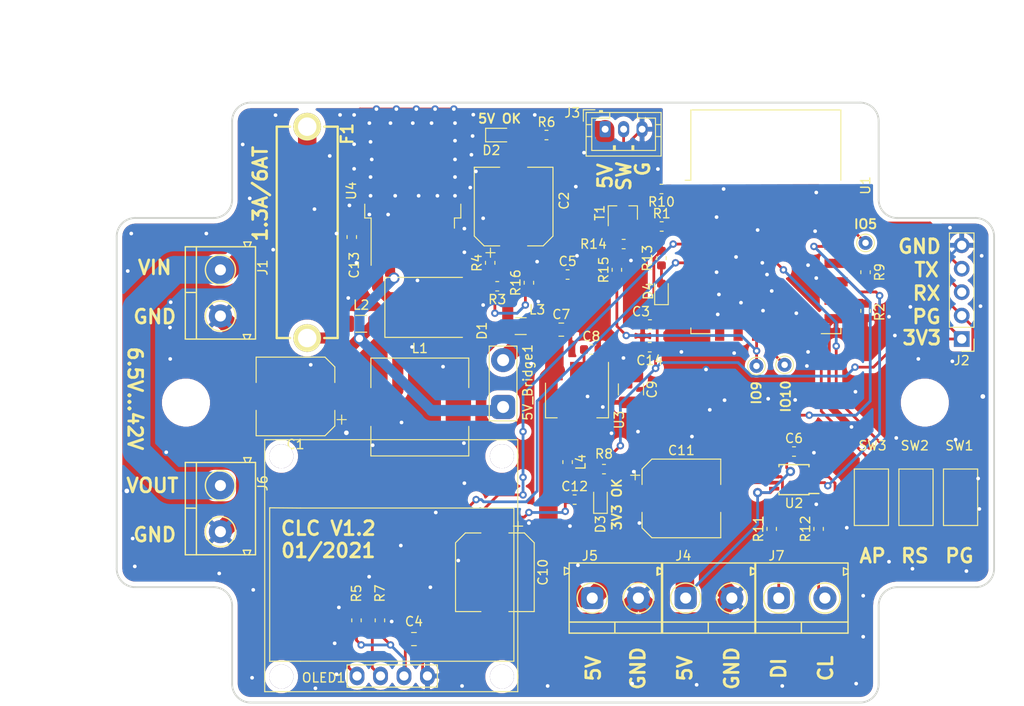
<source format=kicad_pcb>
(kicad_pcb (version 20211014) (generator pcbnew)
  (layers (0 "F.Cu" signal) (31 "B.Cu" signal) (34 "B.Paste" user) (35 "F.Paste" user) (36 "B.SilkS" user "B.Silkscreen") (37 "F.SilkS" user "F.Silkscreen") (38 "B.Mask" user) (39 "F.Mask" user) (44 "Edge.Cuts" user))
  (net 0 "")
  (net 1 "+24V")
  (net 2 "GND")
  (net 3 "+5V")
  (net 4 "+3V3")
  (net 5 "TX")
  (net 6 "RX")
  (net 7 "Net-(U1-Pad17)")
  (net 8 "Net-(U1-Pad19)")
  (net 9 "Net-(D2-Pad2)")
  (net 10 "Net-(D3-Pad2)")
  (net 11 "Net-(TP4-Pad1)")
  (net 12 "Net-(TP7-Pad1)")
  (net 13 "Net-(F1-Pad2)")
  (net 14 "GPIO0")
  (net 15 "Net-(R1-Pad2)")
  (net 16 "Net-(R2-Pad2)")
  (net 17 "Net-(R10-Pad2)")
  (net 18 "Net-(R11-Pad2)")
  (net 19 "Net-(R12-Pad2)")
  (net 20 "Net-(SW3-Pad2)")
  (net 21 "Net-(D4-Pad2)")
  (net 22 "LED")
  (net 23 "Net-(J3-Pad2)")
  (net 24 "Net-(R14-Pad1)")
  (net 25 "Net-(R15-Pad1)")
  (net 26 "Net-(C2-Pad1)")
  (net 27 "Net-(F1-Pad1)")
  (net 28 "Net-(C13-Pad2)")
  (net 29 "Net-(C13-Pad1)")
  (net 30 "Net-(OLED1-Pad3)")
  (net 31 "Net-(OLED1-Pad4)")
  (net 32 "Net-(R3-Pad2)")
  (net 33 "Net-(J7-Pad2)")
  (net 34 "Net-(J7-Pad1)")
  (net 35 "Net-(C8-Pad1)")
  (net 36 "Net-(U1-Pad2)")
  (net 37 "Net-(U1-Pad9)")
  (net 38 "Net-(U1-Pad10)")
  (net 39 "Net-(U1-Pad13)")
  (net 40 "Net-(U1-Pad14)")
  (net 41 "Net-(U4-Pad7)")
  (net 42 "Net-(R16-Pad1)")
  (footprint "Capacitor_SMD:CP_Elec_8x10" (layer "F.Cu") (at 109.22 66.802 90)
    (fp_text reference "C2")
    (fp_text value "220u")
  )
  (footprint "Capacitor_SMD:C_0603_1608Metric" (layer "F.Cu") (at 123.9774 79.5782 180)
    (fp_text reference "C3")
    (fp_text value "100n")
  )
  (footprint "Capacitor_SMD:C_0603_1608Metric" (layer "F.Cu") (at 115.062 74.168)
    (fp_text reference "C5")
    (fp_text value "100n")
  )
  (footprint "Capacitor_SMD:C_0603_1608Metric" (layer "F.Cu") (at 139.573 93.345)
    (fp_text reference "C6")
    (fp_text value "100n")
  )
  (footprint "Capacitor_SMD:C_0805_2012Metric" (layer "F.Cu") (at 114.3785 80.137)
    (fp_text reference "C7")
    (fp_text value "10u")
  )
  (footprint "Capacitor_SMD:C_0603_1608Metric" (layer "F.Cu") (at 117.6275 82.296)
    (fp_text reference "C8")
    (fp_text value "100n")
  )
  (footprint "Capacitor_SMD:CP_Elec_8x10" (layer "F.Cu") (at 107.188 106.426 -90)
    (fp_text reference "C10")
    (fp_text value "220u")
  )
  (footprint "Capacitor_SMD:CP_Elec_8x10" (layer "F.Cu") (at 127.381 98.425)
    (fp_text reference "C11")
    (fp_text value "220u")
  )
  (footprint "Diode_SMD:D_SMC" (layer "F.Cu") (at 100.076 77.724)
    (fp_text reference "D1")
    (fp_text value "SK56L-TP")
  )
  (footprint "LED_SMD:LED_0603_1608Metric" (layer "F.Cu") (at 107.6705 59.055)
    (fp_text reference "D2")
    (fp_text value "LED")
  )
  (footprint "LED_SMD:LED_0603_1608Metric" (layer "F.Cu") (at 118.618 98.552 90)
    (fp_text reference "D3")
    (fp_text value "LED")
  )
  (footprint "LED_SMD:LED_0603_1608Metric" (layer "F.Cu") (at 125.222 75.946 90)
    (fp_text reference "D4")
    (fp_text value "LED")
  )
  (footprint "MountingHole:MountingHole_3.2mm_M3" (layer "F.Cu") (at 73.74 88.039999)
    (fp_text reference "H1" hide)
    (fp_text value "MountingHole" hide)
  )
  (footprint "MountingHole:MountingHole_3.2mm_M3" (layer "F.Cu") (at 153.739999 88.039999)
    (fp_text reference "H2" hide)
    (fp_text value "MountingHole" hide)
  )
  (footprint "libs:OSTTC020162" (layer "F.Cu") (at 77.47 73.66 -90)
    (fp_text reference "J1")
    (fp_text value "Power IN" hide)
  )
  (footprint "Connector_PinHeader_2.54mm:PinHeader_1x05_P2.54mm_Vertical" (layer "F.Cu") (at 157.734 81.153 180)
    (fp_text reference "J2")
    (fp_text value "Conn_01x05_Male")
  )
  (footprint "libs:OSTTC020162" (layer "F.Cu") (at 117.729 109.22)
    (fp_text reference "J5")
    (fp_text value "LED Injection" hide)
  )
  (footprint "libs:OSTTC020162" (layer "F.Cu") (at 77.47 97.028 -90)
    (fp_text reference "J6")
    (fp_text value "Power OUT" hide)
  )
  (footprint "Inductor_SMD:L_10.4x10.4_H4.8" (layer "F.Cu") (at 99.06 88.519)
    (fp_text reference "L1")
    (fp_text value "6u8")
  )
  (footprint "Resistor_SMD:R_0603_1608Metric" (layer "F.Cu") (at 125.2475 68.961)
    (fp_text reference "R1")
    (fp_text value "10k")
  )
  (footprint "Resistor_SMD:R_0603_1608Metric" (layer "F.Cu") (at 147.32 78.105 90)
    (fp_text reference "R2")
    (fp_text value "10k")
  )
  (footprint "Resistor_SMD:R_0603_1608Metric" (layer "F.Cu") (at 92.202 111.633 90)
    (fp_text reference "R5")
    (fp_text value "10k")
  )
  (footprint "Resistor_SMD:R_0603_1608Metric" (layer "F.Cu") (at 112.776 59.055 180)
    (fp_text reference "R6")
    (fp_text value "1k")
  )
  (footprint "Resistor_SMD:R_0603_1608Metric" (layer "F.Cu") (at 94.742 111.633 90)
    (fp_text reference "R7")
    (fp_text value "10k")
  )
  (footprint "Resistor_SMD:R_0603_1608Metric" (layer "F.Cu") (at 118.999 95.25)
    (fp_text reference "R8")
    (fp_text value "470")
  )
  (footprint "Resistor_SMD:R_0603_1608Metric" (layer "F.Cu") (at 147.32 73.914 90)
    (fp_text reference "R9")
    (fp_text value "10k")
  )
  (footprint "Resistor_SMD:R_0603_1608Metric" (layer "F.Cu") (at 125.222 64.897)
    (fp_text reference "R10")
    (fp_text value "10k")
  )
  (footprint "Resistor_SMD:R_0603_1608Metric" (layer "F.Cu") (at 137.16 101.727 90)
    (fp_text reference "R11")
    (fp_text value "220")
  )
  (footprint "Resistor_SMD:R_0603_1608Metric" (layer "F.Cu") (at 142.24 101.727 90)
    (fp_text reference "R12")
    (fp_text value "220")
  )
  (footprint "Resistor_SMD:R_0603_1608Metric" (layer "F.Cu") (at 125.222 72.39 -90)
    (fp_text reference "R13")
    (fp_text value "470")
  )
  (footprint "Button_Switch_SMD:SW_SPST_CK_RS282G05A3" (layer "F.Cu") (at 157.607 98.298 -90)
    (fp_text reference "SW1")
    (fp_text value "SW_Push")
  )
  (footprint "Button_Switch_SMD:SW_SPST_CK_RS282G05A3" (layer "F.Cu") (at 152.781 98.298 -90)
    (fp_text reference "SW2")
    (fp_text value "SW_Push")
  )
  (footprint "Button_Switch_SMD:SW_SPST_CK_RS282G05A3" (layer "F.Cu") (at 147.955 98.298 90)
    (fp_text reference "SW3")
    (fp_text value "SW_Push")
  )
  (footprint "TestPoint:TestPoint_2Pads_Pitch5.08mm_Drill1.3mm" (layer "F.Cu") (at 108.077 88.519 90)
    (fp_text reference "5V_Bridge1")
    (fp_text value "TestPoint_2Pole")
  )
  (footprint "TestPoint:TestPoint_THTPad_D1.5mm_Drill0.7mm" (layer "F.Cu") (at 135.509 84.074)
    (fp_text reference "TP3" hide)
    (fp_text value "TestPoint")
  )
  (footprint "TestPoint:TestPoint_THTPad_D1.5mm_Drill0.7mm" (layer "F.Cu") (at 138.557 83.947)
    (fp_text reference "TP4" hide)
    (fp_text value "TestPoint")
  )
  (footprint "TestPoint:TestPoint_THTPad_D1.5mm_Drill0.7mm" (layer "F.Cu") (at 147.32 70.739)
    (fp_text reference "TP7" hide)
    (fp_text value "TestPoint")
  )
  (footprint "RF_Module:ESP-12E" (layer "F.Cu") (at 136.525 68.453)
    (fp_text reference "U1")
    (fp_text value "ESP-12F")
  )
  (footprint "Package_SO:TSSOP-8_3x3mm_P0.65mm" (layer "F.Cu") (at 139.573 96.393 180)
    (fp_text reference "U2")
    (fp_text value "74LVC2G125")
  )
  (footprint "SSD1306:128x64OLED" (layer "F.Cu") (at 96.266 107.061 180)
    (fp_text reference "OLED1")
    (fp_text value "SSD1306")
  )
  (footprint "Capacitor_SMD:C_0805_2012Metric" (layer "F.Cu") (at 98.425 113.665)
    (fp_text reference "C4")
    (fp_text value "10u")
  )
  (footprint "Connector_JST:JST_PH_B3B-PH-K_1x03_P2.00mm_Vertical" (layer "F.Cu") (at 119.126 58.42)
    (fp_text reference "J3")
    (fp_text value "Conn_01x03_Male")
  )
  (footprint "Resistor_SMD:R_0603_1608Metric" (layer "F.Cu") (at 121.1325 70.866)
    (fp_text reference "R14")
    (fp_text value "10k")
  )
  (footprint "Package_TO_SOT_SMD:SOT-23" (layer "F.Cu") (at 121.042 67.482 90)
    (fp_text reference "T1")
    (fp_text value "FDN337N")
  )
  (footprint "Resistor_SMD:R_0603_1608Metric" (layer "F.Cu") (at 120.396 73.66 90)
    (fp_text reference "R15")
    (fp_text value "1k")
  )
  (footprint "Inductor_SMD:L_1206_3216Metric" (layer "F.Cu") (at 92.71 79.502)
    (fp_text reference "L2")
    (fp_text value "30@100MHz")
  )
  (footprint "Inductor_SMD:L_1206_3216Metric" (layer "F.Cu") (at 109.982 79.756)
    (fp_text reference "L3")
    (fp_text value "30@100MHz")
  )
  (footprint "Inductor_SMD:L_0603_1608Metric" (layer "F.Cu") (at 115.062 94.488 -90)
    (fp_text reference "L4")
    (fp_text value "22@100MHz")
  )
  (footprint "Capacitor_SMD:C_0603_1608Metric" (layer "F.Cu") (at 115.824 98.552)
    (fp_text reference "C12")
    (fp_text value "100n")
  )
  (footprint "Capacitor_SMD:C_1210_3225Metric" (layer "F.Cu") (at 121.92 86.614 -90)
    (fp_text reference "C9")
    (fp_text value "100u")
  )
  (footprint "Capacitor_SMD:C_0603_1608Metric" (layer "F.Cu") (at 91.694 70.104 -90)
    (fp_text reference "C13")
    (fp_text value "10n/50V")
  )
  (footprint "Package_TO_SOT_SMD:TO-263-7_TabPin4" (layer "F.Cu") (at 98.298 65.091 90)
    (fp_text reference "U4")
    (fp_text value "LM22677TJ-5")
  )
  (footprint "Capacitor_SMD:CP_Elec_8x10" (layer "F.Cu") (at 85.598 87.376 180)
    (fp_text reference "C1")
    (fp_text value "220u/35V")
  )
  (footprint "FX0321:FX0321" (layer "F.Cu") (at 86.868 69.596 90)
    (fp_text reference "F1")
    (fp_text value "6A" hide)
  )
  (footprint "Resistor_SMD:R_0603_1608Metric" (layer "F.Cu") (at 106.68 72.898 90)
    (fp_text reference "R4")
    (fp_text value "680")
  )
  (footprint "Resistor_SMD:R_0603_1608Metric" (layer "F.Cu") (at 107.442 75.438 180)
    (fp_text reference "R3")
    (fp_text value "2k")
  )
  (footprint "Package_TO_SOT_SMD:SOT-223-3_TabPin2" (layer "F.Cu") (at 116.078 87.782 -90)
    (fp_text reference "U3")
    (fp_text value "AP1117-33")
  )
  (footprint "libs:OSTTC020162" (layer "F.Cu") (at 127.842 109.22)
    (fp_text reference "J4")
    (fp_text value "LED Strip Power" hide)
  )
  (footprint "libs:OSTTC020162" (layer "F.Cu") (at 137.922 109.22)
    (fp_text reference "J7")
    (fp_text value "LED Strip Data" hide)
  )
  (footprint "Capacitor_SMD:C_0603_1608Metric" (layer "F.Cu") (at 123.952 82.042 180)
    (fp_text reference "C14")
    (fp_text value "100n")
  )
  (footprint "Fiducial:Fiducial_0.75mm_Mask1.5mm" (layer "F.Cu") (at 71.12 70.104 180)
    (fp_text reference "FID1" hide)
    (fp_text value "Fiducial")
  )
  (footprint "Fiducial:Fiducial_0.75mm_Mask1.5mm" (layer "F.Cu") (at 154.94 106.172 180)
    (fp_text reference "FID2" hide)
    (fp_text value "Fiducial")
  )
  (footprint "Fiducial:Fiducial_0.75mm_Mask1.5mm" (layer "F.Cu") (at 71.12 106.172 180)
    (fp_text reference "FID3" hide)
    (fp_text value "Fiducial")
  )
  (footprint "Resistor_SMD:R_0603_1608Metric" (layer "F.Cu") (at 110.871 75.057 90)
    (fp_text reference "R16")
    (fp_text value "50k")
  )
  (gr_line (start 148.739999 110.039999) (end 148.739999 118.539999) (layer "Edge.Cuts") (width 0.2))
  (gr_line (start 80.74 55.54) (end 146.739999 55.54) (layer "Edge.Cuts") (width 0.2))
  (gr_line (start 78.74 66.04) (end 78.74 57.54) (layer "Edge.Cuts") (width 0.2))
  (gr_arc (start 66.24 70.04) (mid 66.825786 68.625786) (end 68.24 68.04) (layer "Edge.Cuts") (width 0.2))
  (gr_arc (start 148.739999 110.039999) (mid 149.325785 108.625785) (end 150.739999 108.039999) (layer "Edge.Cuts") (width 0.2))
  (gr_line (start 146.739999 120.539999) (end 80.74 120.539999) (layer "Edge.Cuts") (width 0.2))
  (gr_arc (start 68.24 108.039999) (mid 66.825786 107.454213) (end 66.24 106.039999) (layer "Edge.Cuts") (width 0.2))
  (gr_arc (start 148.739999 118.539999) (mid 148.154213 119.954213) (end 146.739999 120.539999) (layer "Edge.Cuts") (width 0.2))
  (gr_arc (start 159.239999 68.04) (mid 160.654213 68.625786) (end 161.239999 70.04) (layer "Edge.Cuts") (width 0.2))
  (gr_line (start 66.24 106.039999) (end 66.24 70.04) (layer "Edge.Cuts") (width 0.2))
  (gr_line (start 78.74 118.539999) (end 78.74 110.039999) (layer "Edge.Cuts") (width 0.2))
  (gr_line (start 161.239999 70.04) (end 161.239999 106.039999) (layer "Edge.Cuts") (width 0.2))
  (gr_line (start 76.74 108.039999) (end 68.24 108.039999) (layer "Edge.Cuts") (width 0.2))
  (gr_line (start 148.739999 57.54) (end 148.739999 66.04) (layer "Edge.Cuts") (width 0.2))
  (gr_arc (start 76.74 108.039999) (mid 78.154214 108.625785) (end 78.74 110.039999) (layer "Edge.Cuts") (width 0.2))
  (gr_arc (start 80.74 120.539999) (mid 79.325786 119.954213) (end 78.74 118.539999) (layer "Edge.Cuts") (width 0.2))
  (gr_arc (start 146.739999 55.54) (mid 148.154213 56.125786) (end 148.739999 57.54) (layer "Edge.Cuts") (width 0.2))
  (gr_arc (start 78.74 57.54) (mid 79.325786 56.125786) (end 80.74 55.54) (layer "Edge.Cuts") (width 0.2))
  (gr_line (start 150.739999 68.04) (end 159.239999 68.04) (layer "Edge.Cuts") (width 0.2))
  (gr_arc (start 150.739999 68.04) (mid 149.325785 67.454214) (end 148.739999 66.04) (layer "Edge.Cuts") (width 0.2))
  (gr_line (start 68.24 68.04) (end 76.74 68.04) (layer "Edge.Cuts") (width 0.2))
  (gr_arc (start 161.239999 106.039999) (mid 160.654213 107.454213) (end 159.239999 108.039999) (layer "Edge.Cuts") (width 0.2))
  (gr_arc (start 78.74 66.04) (mid 78.154214 67.454214) (end 76.74 68.04) (layer "Edge.Cuts") (width 0.2))
  (gr_line (start 159.239999 108.039999) (end 150.739999 108.039999) (layer "Edge.Cuts") (width 0.2))
  (gr_text "3V3" (at 153.416 81.026) (layer "F.SilkS") (effects (font (size 1.5 1.5) (thickness 0.3))))
  (gr_text "VOUT" (at 70.104 97.028) (layer "F.SilkS") (effects (font (size 1.5 1.5) (thickness 0.3))))
  (gr_text "AP" (at 148.082 104.648) (layer "F.SilkS") (effects (font (size 1.5 1.5) (thickness 0.3))))
  (gr_text "RS" (at 152.654 104.648) (layer "F.SilkS") (effects (font (size 1.5 1.5) (thickness 0.3))))
  (gr_text "G" (at 123.19 62.738 90) (layer "F.SilkS") (effects (font (size 1.5 1.5) (thickness 0.3))))
  (gr_text "5V" (at 119.126 63.5 90) (layer "F.SilkS") (effects (font (size 1.5 1.5) (thickness 0.3))))
  (gr_text "3V3 OK" (at 120.396 99.06 90) (layer "F.SilkS") (effects (font (size 1 1) (thickness 0.2))))
  (gr_text "IO10" (at 138.684 87.376 90) (layer "F.SilkS") (effects (font (size 1 1) (thickness 0.2))))
  (gr_text "6.5V...42V" (at 68.2244 87.6046 270) (layer "F.SilkS") (effects (font (size 1.5 1.5) (thickness 0.3))))
  (gr_text "IO5" (at 147.32 68.707) (layer "F.SilkS") (effects (font (size 1 1) (thickness 0.2))))
  (gr_text "DI" (at 137.922 116.84 90) (layer "F.SilkS") (effects (font (size 1.5 1.5) (thickness 0.3))))
  (gr_text "PG" (at 153.924 78.74) (layer "F.SilkS") (effects (font (size 1.5 1.5) (thickness 0.3))))
  (gr_text "TX" (at 153.924 73.66) (layer "F.SilkS") (effects (font (size 1.5 1.5) (thickness 0.3))))
  (gr_text "5V" (at 127.762 116.84 90) (layer "F.SilkS") (effects (font (size 1.5 1.5) (thickness 0.3))))
  (gr_text "GND" (at 153.162 71.12) (layer "F.SilkS") (effects (font (size 1.5 1.5) (thickness 0.3))))
  (gr_text "GND" (at 70.358 78.74) (layer "F.SilkS") (effects (font (size 1.5 1.5) (thickness 0.3))))
  (gr_text "RX" (at 153.924 76.2) (layer "F.SilkS") (effects (font (size 1.5 1.5) (thickness 0.3))))
  (gr_text "CLC V1.2\n01/2021" (at 89.154 102.87) (layer "F.SilkS") (effects (font (size 1.5 1.5) (thickness 0.3))))
  (gr_text "CL" (at 143.002 116.84 90) (layer "F.SilkS") (effects (font (size 1.5 1.5) (thickness 0.3))))
  (gr_text "GND" (at 70.358 102.362) (layer "F.SilkS") (effects (font (size 1.5 1.5) (thickness 0.3))))
  (gr_text "GND" (at 122.682 116.84 90) (layer "F.SilkS") (effects (font (size 1.5 1.5) (thickness 0.3))))
  (gr_text "SW" (at 121.158 63.5 90) (layer "F.SilkS") (effects (font (size 1.5 1.5) (thickness 0.3))))
  (gr_text "5V" (at 117.856 116.84 90) (layer "F.SilkS") (effects (font (size 1.5 1.5) (thickness 0.3))))
  (gr_text "GND" (at 132.842 116.84 90) (layer "F.SilkS") (effects (font (size 1.5 1.5) (thickness 0.3))))
  (gr_text "5V OK" (at 107.696 57.277) (layer "F.SilkS") (effects (font (size 1 1) (thickness 0.2))))
  (gr_text "VIN" (at 70.358 73.406) (layer "F.SilkS") (effects (font (size 1.5 1.5) (thickness 0.3))))
  (gr_text "IO9" (at 135.509 86.995 90) (layer "F.SilkS") (effects (font (size 1 1) (thickness 0.2))))
  (gr_text "PG" (at 157.48 104.648) (layer "F.SilkS") (effects (font (size 1.5 1.5) (thickness 0.3))))
  (gr_text "1.3A/6AT" (at 81.788 65.405 90) (layer "F.SilkS") (effects (font (size 1.5 1.5) (thickness 0.3))))
  (segment (start 95.758 70.866) (end 95.758 70.104) (width 0.3) (layer "F.Cu") (net 1))
  (segment (start 92.521 81.091) (end 94.11 79.502) (width 1.2) (layer "F.Cu") (net 1))
  (segment (start 95.83801 74.12101) (end 95.83801 70.866) (width 1.1) (layer "F.Cu") (net 1))
  (segment (start 92.521 81.091) (end 92.583 81.153) (width 1.1) (layer "F.Cu") (net 1))
  (segment (start 89.198 84.414) (end 92.521 81.091) (width 1.2) (layer "F.Cu") (net 1))
  (segment (start 96.266 74.549) (end 95.83801 74.12101) (width 1.1) (layer "F.Cu") (net 1))
  (segment (start 89.198 87.376) (end 89.198 84.414) (width 1.2) (layer "F.Cu") (net 1))
  (via (at 92.521 81.091) (size 1.2) (drill 0.8) (layers "F.Cu" "B.Cu") (net 1))
  (via (at 96.266 74.549) (size 1.2) (drill 0.8) (layers "F.Cu" "B.Cu") (net 1))
  (segment (start 107.696 88.9) (end 108.077 88.519) (width 1.2) (layer "B.Cu") (net 1))
  (segment (start 100.33 88.9) (end 92.521 81.091) (width 1.1) (layer "B.Cu") (net 1))
  (segment (start 92.521 81.091) (end 92.521 78.294) (width 1.1) (layer "B.Cu") (net 1))
  (segment (start 100.33 88.9) (end 107.696 88.9) (width 1.2) (layer "B.Cu") (net 1))
  (segment (start 92.521 78.294) (end 96.266 74.549) (width 1.1) (layer "B.Cu") (net 1))
  (segment (start 120.155999 111.793001) (end 122.729 109.22) (width 2) (layer "F.Cu") (net 2))
  (segment (start 99.3625 117.1375) (end 99.886 117.661) (width 0.3) (layer "F.Cu") (net 2))
  (segment (start 121.992 68.736) (end 121.992 70.794) (width 0.3) (layer "F.Cu") (net 2))
  (segment (start 115.8495 79.6035) (end 115.316 80.137) (width 0.3) (layer "F.Cu") (net 2))
  (segment (start 105.918 66.504) (end 109.22 63.202) (width 1.2) (layer "F.Cu") (net 2))
  (segment (start 80.170001 88.104999) (end 80.170001 99.407999) (width 2) (layer "F.Cu") (net 2))
  (segment (start 123.1899 79.5782) (end 123.1899 82.0166) (width 0.3) (layer "F.Cu") (net 2))
  (segment (start 118.378 84.632) (end 118.378 82.333) (width 0.3) (layer "F.Cu") (net 2))
  (segment (start 122.729 109.22) (end 125.12901 111.62001) (width 2) (layer "F.Cu") (net 2))
  (segment (start 122.301 88.395) (end 121.92 88.014) (width 0.3) (layer "F.Cu") (net 2))
  (segment (start 157.607 102.198) (end 152.781 102.198) (width 0.3) (layer "F.Cu") (net 2))
  (segment (start 100.711 56.2356) (end 98.679 56.2356) (width 0.3) (layer "F.Cu") (net 2))
  (segment (start 147.2595 78.953) (end 147.32 78.8925) (width 0.3) (layer "F.Cu") (net 2))
  (segment (start 144.125 78.953) (end 147.2595 78.953) (width 0.3) (layer "F.Cu") (net 2))
  (segment (start 130.302 111.76) (end 132.842 109.22) (width 2) (layer "F.Cu") (net 2))
  (segment (start 99.3625 113.665) (end 99.3625 117.1375) (width 0.3) (layer "F.Cu") (net 2))
  (segment (start 141.723 97.868) (end 137.864 101.727) (width 0.3) (layer "F.Cu") (net 2))
  (segment (start 92.583 56.2356) (end 91.948 56.8706) (width 0.3) (layer "F.Cu") (net 2))
  (segment (start 80.170001 99.407999) (end 77.47 102.108) (width 2) (layer "F.Cu") (net 2))
  (segment (start 137.864 101.727) (end 131.191 101.727) (width 0.3) (layer "F.Cu") (net 2))
  (segment (start 140.3605 93.345) (end 140.3605 94.9055) (width 0.3) (layer "F.Cu") (net 2))
  (segment (start 140.873 95.418) (end 141.723 95.418) (width 0.3) (layer "F.Cu") (net 2))
  (segment (start 121.13251 96.82499) (end 125.19641 96.82499) (width 0.3) (layer "F.Cu") (net 2))
  (segment (start 94.361 56.2356) (end 92.583 56.2356) (width 0.3) (layer "F.Cu") (net 2))
  (segment (start 121.92 88.014) (end 121.92 93.54858) (width 0.3) (layer "F.Cu") (net 2))
  (segment (start 116.6115 98.8315) (end 117.1195 99.3395) (width 0.3) (layer "F.Cu") (net 2))
  (segment (start 130.981 98.425) (end 130.981 101.937) (width 2) (layer "F.Cu") (net 2))
  (segment (start 121.992 65.434) (end 121.992 59.554) (width 0.3) (layer "F.Cu") (net 2))
  (segment (start 141.986 99.06) (end 141.986 97.631) (width 0.3) (layer "F.Cu") (net 2))
  (segment (start 118.618 99.3395) (end 121.13251 96.82499) (width 0.3) (layer "F.Cu") (net 2))
  (segment (start 132.688 96.718) (end 130.981 98.425) (width 0.3) (layer "F.Cu") (net 2))
  (segment (start 121.992 65.434) (end 121.992 68.482) (width 0.3) (layer "F.Cu") (net 2))
  (segment (start 115.8495 72.3645) (end 116.078 72.136) (width 0.3) (layer "F.Cu") (net 2))
  (segment (start 116.6115 98.552) (end 116.6115 98.8315) (width 0.3) (layer "F.Cu") (net 2))
  (segment (start 105.518001 67.672001) (end 98.406001 67.672001) (width 1.2) (layer "F.Cu") (net 2))
  (segment (start 110.871 74.2695) (end 110.871 73.66) (width 0.3) (layer "F.Cu") (net 2))
  (segment (start 96.52 56.2356) (end 98.679 56.2356) (width 0.3) (layer "F.Cu") (net 2))
  (segment (start 118.415 80.569) (end 118.415 82.296) (width 0.3) (layer "F.Cu") (net 2))
  (segment (start 105.918 68.072) (end 105.918 71.3485) (width 0.3) (layer "F.Cu") (net 2))
  (segment (start 105.918 68.072) (end 105.518001 67.672001) (width 1.2) (layer "F.Cu") (net 2))
  (segment (start 125.222 111.76) (end 130.302 111.76) (width 2) (layer "F.Cu") (net 2))
  (segment (start 121.992 59.554) (end 123.126 58.42) (width 0.3) (layer "F.Cu") (net 2))
  (segment (start 130.981 107.232) (end 132.842 109.093) (width 2) (layer "F.Cu") (net 2))
  (segment (start 107.6452 109.0676) (end 109.9312 109.0676) (width 2) (layer "F.Cu") (net 2))
  (segment (start 103.476 77.724) (end 105.664 77.724) (width 1.2) (layer "F.Cu") (net 2))
  (segment (start 99.3625 113.665) (end 103.549 113.665) (width 0.3) (layer "F.Cu") (net 2))
  (segment (start 140.548 97.368) (end 140.335 97.155) (width 0.3) (layer "F.Cu") (net 2))
  (segment (start 149.7075 78.8925) (end 149.86 78.74) (width 0.3) (layer "F.Cu") (net 2))
  (segment (start 147.32 78.8925) (end 149.7075 78.8925) (width 0.3) (layer "F.Cu") (net 2))
  (segment (start 129.38099 96.82499) (end 129.58099 97.02499) (width 0.3) (layer "F.Cu") (net 2))
  (segment (start 147.955 102.198) (end 152.781 102.198) (width 0.3) (layer "F.Cu") (net 2))
  (segment (start 130.981 101.937) (end 130.981 107.232) (width 2) (layer "F.Cu") (net 2))
  (segment (start 100.711 56.2356) (end 102.743 56.2356) (width 0.3) (layer "F.Cu") (net 2))
  (segment (start 115.8495 74.168) (end 115.8495 79.6035) (width 0.3) (layer "F.Cu") (net 2))
  (segment (start 117.1195 99.3395) (end 118.618 99.3395) (width 0.3) (layer "F.Cu") (net 2))
  (segment (start 118.415 82.296) (end 122.9105 82.296) (width 0.3) (layer "F.Cu") (net 2))
  (segment (start 107.188 109.5248) (end 107.6452 109.0676) (width 2) (layer "F.Cu") (net 2))
  (segment (start 137.423 96.718) (end 132.688 96.718) (width 0.3) (layer "F.Cu") (net 2))
  (segment (start 141.723 97.368) (end 140.548 97.368) (width 0.3) (layer "F.Cu") (net 2))
  (segment (start 121.992 70.794) (end 121.92 70.866) (width 0.3) (layer "F.Cu") (net 2))
  (segment (start 105.918 68.072) (end 105.918 66.504) (width 1.2) (layer "F.Cu") (net 2))
  (segment (start 131.191 101.727) (end 130.981 101.937) (width 0.3) (layer "F.Cu") (net 2))
  (segment (start 110.871 73.66) (end 111.76 72.771) (width 0.3) (layer "F.Cu") (net 2))
  (segment (start 109.9312 109.0676) (end 112.656601 111.793001) (width 2) (layer "F.Cu") (net 2))
  (segment (start 105.918 71.3485) (end 106.68 72.1105) (width 0.3) (layer "F.Cu") (net 2))
  (segment (start 123.1899 82.0166) (end 123.1645 82.042) (width 0.3) (layer "F.Cu") (net 2))
  (segment (start 80.772 87.503) (end 80.170001 88.104999) (width 2) (layer "F.Cu") (net 2))
  (segment (start 144.125 78.953) (end 143.394999 79.683001) (width 0.3) (layer "F.Cu") (net 2))
  (segment (start 105.664 77.724) (end 105.918 77.47) (width 1.2) (layer "F.Cu") (net 2))
  (segment (start 112.656601 111.793001) (end 120.155999 111.793001) (width 2) (layer "F.Cu") (net 2))
  (segment (start 115.8495 74.168) (end 115.8495 72.3645) (width 0.3) (layer "F.Cu") (net 2))
  (segment (start 125.12901 111.66701) (end 125.222 111.76) (width 2) (layer "F.Cu") (net 2))
  (segment (start 107.188 110.026) (end 107.188 109.5248) (width 2) (layer "F.Cu") (net 2))
  (segment (start 141.986 97.631) (end 141.723 97.368) (width 0.3) (layer "F.Cu") (net 2))
  (segment (start 121.92 72.644) (end 121.92 70.866) (width 0.3) (layer "F.Cu") (net 2))
  (segment (start 98.406001 67.672001) (end 98.298 67.564) (width 1.2) (layer "F.Cu") (net 2))
  (segment (start 147.955 102.198) (end 145.886 102.198) (width 0.3) (layer "F.Cu") (net 2))
  (segment (start 125.12901 111.62001) (end 125.12901 111.66701) (width 2) (layer "F.Cu") (net 2))
  (segment (start 77.47 78.74) (end 80.170001 81.440001) (width 2) (layer "F.Cu") (net 2))
  (segment (start 140.335 97.155) (end 140.335 95.956) (width 0.3) (layer "F.Cu") (net 2))
  (segment (start 125.19641 96.82499) (end 129.38099 96.82499) (width 0.3) (layer "F.Cu") (net 2))
  (segment (start 129.58099 97.02499) (end 130.981 98.425) (width 0.3) (layer "F.Cu") (net 2))
  (segment (start 82.506 87.503) (end 80.772 87.503) (width 2) (layer "F.Cu") (net 2))
  (segment (start 141.732 93.472) (end 140.4875 93.472) (width 0.3) (layer "F.Cu") (net 2))
  (segment (start 118.378 82.333) (end 118.415 82.296) (width 0.3) (layer "F.Cu") (net 2))
  (segment (start 122.9105 82.296) (end 123.1645 82.042) (width 0.3) (layer "F.Cu") (net 2))
  (segment (start 145.886 102.198) (end 145.288 101.6) (width 0.3) (layer "F.Cu") (net 2))
  (segment (start 94.361 56.2356) (end 96.52 56.2356) (width 0.3) (layer "F.Cu") (net 2))
  (segment (start 141.723 97.368) (end 141.723 97.868) (width 0.3) (layer "F.Cu") (net 2))
  (segment (start 80.170001 81.440001) (end 80.170001 88.104999) (width 2) (layer "F.Cu") (net 2))
  (segment (start 115.316 80.137) (end 117.983 80.137) (width 0.3) (layer "F.Cu") (net 2))
  (segment (start 98.298 67.564) (end 98.298 61.716) (width 1.1) (layer "F.Cu") (net 2))
  (segment (start 140.335 95.956) (end 140.873 95.418) (width 0.3) (layer "F.Cu") (net 2))
  (segment (start 124.8156 96.44418) (end 125.19641 96.82499) (width 0.3) (layer "F.Cu") (net 2))
  (segment (start 140.4875 93.472) (end 140.3605 93.345) (width 0.3) (layer "F.Cu") (net 2))
  (segment (start 117.983 80.137) (end 118.415 80.569) (width 0.3) (layer "F.Cu") (net 2))
  (segment (start 140.3605 94.9055) (end 140.873 95.418) (width 0.3) (layer "F.Cu") (net 2))
  (segment (start 143.394999 79.683001) (end 143.394999 88.276999) (width 0.3) (layer "F.Cu") (net 2))
  (segment (start 121.92 93.54858) (end 124.8156 96.44418) (width 0.3) (layer "F.Cu") (net 2))
  (segment (start 143.394999 88.276999) (end 145.796 90.678) (width 0.3) (layer "F.Cu") (net 2))
  (segment (start 98.298 70.866) (end 98.298 67.564) (width 1.1) (layer "F.Cu") (net 2))
  (segment (start 103.549 113.665) (end 107.188 110.026) (width 0.3) (layer "F.Cu") (net 2))
  (via (at 67.818 69.723) (size 0.8) (drill 0.4) (layers "F.Cu" "B.Cu") (net 2))
  (via (at 93.726 59.7916) (size 0.8) (drill 0.4) (layers "F.Cu" "B.Cu") (net 2))
  (via (at 112.903 118.745) (size 0.8) (drill 0.4) (layers "F.Cu" "B.Cu") (net 2))
  (via (at 115.951 64.643) (size 0.8) (drill 0.4) (layers "F.Cu" "B.Cu") (net 2))
  (via (at 141.732 93.472) (size 0.8) (drill 0.4) (layers "F.Cu" "B.Cu") (net 2))
  (via (at 130.4544 88.8238) (size 0.8) (drill 0.4) (layers "F.Cu" "B.Cu") (net 2))
  (via (at 139.827 78.359) (size 0.8) (drill 0.4) (layers "F.Cu" "B.Cu") (net 2))
  (via (at 100.33 57.7596) (size 0.8) (drill 0.4) (layers "F.Cu" "B.Cu") (net 2))
  (via (at 149.86 105.283) (size 0.8) (drill 0.4) (layers "F.Cu" "B.Cu") (net 2))
  (via (at 128.524 91.7194) (size 0.8) (drill 0.4) (layers "F.Cu" "B.Cu") (net 2))
  (via (at 153.035 83.312) (size 0.8) (drill 0.4) (layers "F.Cu" "B.Cu") (net 2))
  (via (at 139.7 87.757) (size 0.8) (drill 0.4) (layers "F.Cu" "B.Cu") (net 2))
  (via (at 91.44 66.675) (size 0.8) (drill 0.4) (layers "F.Cu" "B.Cu") (net 2))
  (via (at 147.066 108.966) (size 0.8) (drill 0.4) (layers "F.Cu" "B.Cu") (net 2))
  (via (at 93.726 65.6336) (size 0.8) (drill 0.4) (layers "F.Cu" "B.Cu") (net 2))
  (via (at 135.636 69.342) (size 0.8) (drill 0.4) (layers "F.Cu" "B.Cu") (net 2))
  (via (at 98.2218 82.0166) (size 0.8) (drill 0.4) (layers "F.Cu" "B.Cu") (net 2))
  (via (at 141.986 65.278) (size 0.8) (drill 0.4) (layers "F.Cu" "B.Cu") (net 2))
  (via (at 131.318 78.486) (size 0.8) (drill 0.4) (layers "F.Cu" "B.Cu") (net 2))
  (via (at 116.078 72.136) (size 0.8) (drill 0.4) (layers "F.Cu" "B.Cu") (net 2))
  (via (at 115.316 101.4222) (size 0.8) (drill 0.4) (layers "F.Cu" "B.Cu") (net 2))
  (via (at 105.918 68.072) (size 0.8) (drill 0.4) (layers "F.Cu" "B.Cu") (net 2))
  (via (at 158.242 106.299) (size 0.8) (drill 0.4) (layers "F.Cu" "B.Cu") (net 2))
  (via (at 136.144 72.898) (size 0.8) (drill 0.4) (layers "F.Cu" "B.Cu") (net 2))
  (via (at 110.871 101.092) (size 0.8) (drill 0.4) (layers "F.Cu" "B.Cu") (net 2))
  (via (at 136.652 74.168) (size 0.8) (drill 0.4) (layers "F.Cu" "B.Cu") (net 2))
  (via (at 122.2248 95.5294) (size 0.8) (drill 0.4) (layers "F.Cu" "B.Cu") (net 2))
  (via (at 87.6554 67.0814) (size 0.8) (drill 0.4) (layers "F.Cu" "B.Cu") (net 2))
  (via (at 80.899 117.856) (size 0.8) (drill 0.4) (layers "F.Cu" "B.Cu") (net 2))
  (via (at 83.439 56.896) (size 0.8) (drill 0.4) (layers "F.Cu" "B.Cu") (net 2))
  (via (at 127.381 82.55) (size 0.8) (drill 0.4) (layers "F.Cu" "B.Cu") (net 2))
  (via (at 91.948 56.8706) (size 0.8) (drill 0.4) (layers "F.Cu" "B.Cu") (net 2))
  (via (at 104.521 64.7446) (size 0.8) (drill 0.4) (layers "F.Cu" "B.Cu") (net 2))
  (via (at 117.221 87.376) (size 0.8) (drill 0.4) (layers "F.Cu" "B.Cu") (net 2))
  (via (at 98.806 74.803) (size 0.8) (drill 0.4) (layers "F.Cu" "B.Cu") (net 2))
  (via (at 136.2202 78.0796) (size 0.8) (drill 0.4) (layers "F.Cu" "B.Cu") (net 2))
  (via (at 133.2992 72.263) (size 0.8) (drill 0.4) (layers "F.Cu" "B.Cu") (net 2))
  (via (at 103.886 96.774) (size 0.8) (drill 0.4) (layers "F.Cu" "B.Cu") (net 2))
  (via (at 103.2256 105.156) (size 0.8) (drill 0.4) (layers "F.Cu" "B.Cu") (net 2))
  (via (at 122.047 118.491) (size 0.8) (drill 0.4) (layers "F.Cu" "B.Cu") (net 2))
  (via (at 116.84 60.96) (size 0.8) (drill 0.4) (layers "F.Cu" "B.Cu") (net 2))
  (via (at 132.0546 87.7824) (size 0.8) (drill 0.4) (layers "F.Cu" "B.Cu") (net 2))
  (via (at 81.026 108.331) (size 0.8) (drill 0.4) (layers "F.Cu" "B.Cu") (net 2))
  (via (at 93.599 57.7596) (size 0.8) (drill 0.4) (layers "F.Cu" "B.Cu") (net 2))
  (via (at 116.1796 105.664) (size 0.8) (drill 0.4) (layers "F.Cu" "B.Cu") (net 2))
  (via (at 92.202 72.898) (size 0.8) (drill 0.4) (layers "F.Cu" "B.Cu") (net 2))
  (via (at 93.5736 106.9086) (size 0.8) (drill 0.4) (layers "F.Cu" "B.Cu") (net 2))
  (via (at 152.4 106.045) (size 0.8) (drill 0.4) (layers "F.Cu" "B.Cu") (net 2))
  (via (at 133.8326 77.216) (size 0.8) (drill 0.4) (layers "F.Cu" "B.Cu") (net 2))
  (via (at 104.648 61.1886) (size 0.8) (drill 0.4) (layers "F.Cu" "B.Cu") (net 2))
  (via (at 104.8512 56.8452) (size 0.8) (drill 0.4) (layers "F.Cu" "B.Cu") (net 2))
  (via (at 149.86 78.74) (size 0.8) (drill 0.4) (layers "F.Cu" "B.Cu") (net 2))
  (via (at 95.885 57.7596) (size 0.8) (drill 0.4) (layers "F.Cu" "B.Cu") (net 2))
  (via (at 100.965 65.6336) (size 0.8) (drill 0.4) (layers "F.Cu" "B.Cu") (net 2))
  (via (at 100.711 56.2356) (size 0.8) (drill 0.4) (layers "F.Cu" "B.Cu") (net 2))
  (via (at 97.0788 90.1954) (size 0.8) (drill 0.4) (layers "F.Cu" "B.Cu") (net 2))
  (via (at 103.632 118.745) (size 0.8) (drill 0.4) (layers "F.Cu" "B.Cu") (net 2))
  (via (at 122.682 91.186) (size 0.8) (drill 0.4) (layers "F.Cu" "B.Cu") (net 2))
  (via (at 159.512 96.266) (size 0.8) (drill 0.4) (layers "F.Cu" "B.Cu") (net 2))
  (via (at 136.779 87.63) (size 0.8) (drill 0.4) (layers "F.Cu" "B.Cu") (net 2))
  (via (at 93.9546 92.6592) (size 0.8) (drill 0.4) (layers "F.Cu" "B.Cu") (net 2))
  (via (at 91.313 76.708) (size 0.8) (drill 0.4) (layers "F.Cu" "B.Cu") (net 2))
  (via (at 72.009 79.9084) (size 0.8) (drill 0.4) (layers "F.Cu" "B.Cu") (net 2))
  (via (at 147.066 113.411) (size 0.8) (drill 0.4) (layers "F.Cu" "B.Cu") (net 2))
  (via (at 97.0026 103.5304) (size 0.8) (drill 0.4) (layers "F.Cu" "B.Cu") (net 2))
  (via (at 160.02 87.376) (size 1) (drill 0.5) (layers "F.Cu" "B.Cu") (net 2))
  (via (at 71.6026 93.4212) (size 0.8) (drill 0.4) (layers "F.Cu" "B.Cu") (net 2))
  (via (at 140.97 84.074) (size 0.8) (drill 0.4) (layers "F.Cu" "B.Cu") (net 2))
  (via (at 121.92 72.644) (size 0.8) (drill 0.4) (layers "F.Cu" "B.Cu") (net 2))
  (via (at 124.841 62.738) (size 0.8) (drill 0.4) (layers "F.Cu" "B.Cu") (net 2))
  (via (at 102.87 61.6966) (size 0.8) (drill 0.4) (layers "F.Cu" "B.Cu") (net 2))
  (via (at 104.775 59.1566) (size 0.8) (drill 0.4) (layers "F.Cu" "B.Cu") (net 2))
  (via (at 141.097 73.152) (size 0.8) (drill 0.4) (layers "F.Cu" "B.Cu") (net 2))
  (via (at 90.424 56.8706) (size 0.8) (drill 0.4) (layers "F.Cu" "B.Cu") (net 2))
  (via (at 67.3354 97.6122) (size 1) (drill 0.5) (layers "F.Cu" "B.Cu") (net 2))
  (via (at 118.872 88.519) (size 0.8) (drill 0.4) (layers "F.Cu" "B.Cu") (net 2))
  (via (at 156.464 69.088) (size 0.8) (drill 0.4) (layers "F.Cu" "B.Cu") (net 2))
  (via (at 141.859 69.469) (size 0.8) (drill 0.4) (layers "F.Cu" "B.Cu") (net 2))
  (via (at 98.298 57.7596) (size 0.8) (drill 0.4) (layers "F.Cu" "B.Cu") (net 2))
  (via (at 91.948 62.7126) (size 0.8) (drill 0.4) (layers "F.Cu" "B.Cu") (net 2))
  (via (at 111.506 56.8706) (size 0.8) (drill 0.4) (layers "F.Cu" "B.Cu") (net 2))
  (via (at 145.796 90.678) (size 0.8) (drill 0.4) (layers "F.Cu" "B.Cu") (net 2))
  (via (at 98.933 65.6336) (size 0.8) (drill 0.4) (layers "F.Cu" "B.Cu") (net 2))
  (via (at 72.0852 77.1652) (size 0.8) (drill 0.4) (layers "F.Cu" "B.Cu") (net 2))
  (via (at 146.2278 86.868) (size 0.8) (drill 0.4) (layers "F.Cu" "B.Cu") (net 2))
  (via (at 121.1072 83.2104) (size 0.8) (drill 0.4) (layers "F.Cu" "B.Cu") (net 2))
  (via (at 90.297 110.236) (size 0.8) (drill 0.4) (layers "F.Cu" "B.Cu") (net 2))
  (via (at 111.887 77.089) (size 0.8) (drill 0.4) (layers "F.Cu" "B.Cu") (net 2))
  (via (at 138.303 118.745) (size 0.8) (drill 0.4) (layers "F.Cu" "B.Cu") (net 2))
  (via (at 67.437 73.787) (size 0.8) (drill 0.4) (layers "F.Cu" "B.Cu") (net 2))
  (via (at 103.8352 92.4306) (size 0.8) (drill 0.4) (layers "F.Cu" "B.Cu") (net 2))
  (via (at 89.3064 61.3156) (size 0.8) (drill 0.4) (layers "F.Cu" "B.Cu") (net 2))
  (via (at 102.87 65.6336) (size 0.8) (drill 0.4) (layers "F.Cu" "B.Cu") (net 2))
  (via (at 93.599 67.6656) (size 0.8) (drill 0.4) (layers "F.Cu" "B.Cu") (net 2))
  (via (at 141.097 82.55) (size 0.8) (drill 0.4) (layers "F.Cu" "B.Cu") (net 2))
  (via (at 130.048 84.455) (size 0.8) (drill 0.4) (layers "F.Cu" "B.Cu") (net 2))
  (via (at 102.87 63.6016) (size 0.8) (drill 0.4) (layers "F.Cu" "B.Cu") (net 2))
  (via (at 119.8118 91.3638) (size 0.8) (drill 0.4) (layers "F.Cu" "B.Cu") (net 2))
  (via (at 150.6474 91.8718) (size 0.8) (drill 0.4) (layers "F.Cu" "B.Cu") (net 2))
  (via (at 105.1306 62.992) (size 0.8) (drill 0.4) (layers "F.Cu" "B.Cu") (net 2))
  (via (at 131.445 76.327) (size 0.8) (drill 0.4) (layers "F.Cu" "B.Cu") (net 2))
  (via (at 102.87 57.7596) (size 0.8) (drill 0.4) (layers "F.Cu" "B.Cu") (net 2))
  (via (at 152.1714 77.6732) (size 0.8) (drill 0.4) (layers "F.Cu" "B.Cu") (net 2))
  (via (at 137.16 75.946) (size 0.8) (drill 0.4) (layers "F.Cu" "B.Cu") (net 2))
  (via (at 150.495 80.772) (size 0.8) (drill 0.4) (layers "F.Cu" "B.Cu") (net 2))
  (via (at 102.743 56.2356) (size 0.8) (drill 0.4) (layers "F.Cu" "B.Cu") (net 2))
  (via (at 87.249 83.947) (size 0.8) (drill 0.4) (layers "F.Cu" "B.Cu") (net 2))
  (via (at 90.043 117.475) (size 0.8) (drill 0.4) (layers "F.Cu" "B.Cu") (net 2))
  (via (at 72.0344 83.312) (size 0.8) (drill 0.4) (layers "F.Cu" "B.Cu") (net 2))
  (via (at 79.883 60.071) (size 0.8) (drill 0.4) (layers "F.Cu" "B.Cu") (net 2))
  (via (at 100.203 108.0516) (size 0.8) (drill 0.4) (layers "F.Cu" "B.Cu") (net 2))
  (via (at 93.853 61.6966) (size 0.8) (drill 0.4) (layers "F.Cu" "B.Cu") (net 2))
  (via (at 96.52 56.2356) (size 0.8) (drill 0.4) (layers "F.Cu" "B.Cu") (net 2))
  (via (at 87.757 118.999) (size 0.8) (drill 0.4) (layers "F.Cu" "B.Cu") (net 2))
  (via (at 131.191 73.914) (size 0.8) (drill 0.4) (layers "F.Cu" "B.Cu") (net 2))
  (via (at 145.288 101.6) (size 0.8) (drill 0.4) (layers "F.Cu" "B.Cu") (net 2))
  (via (at 83.185 71.4756) (size 0.8) (drill 0.4) (layers "F.Cu" "B.Cu") (net 2))
  (via (at 96.393 65.6336) (size 0.8) (drill 0.4) (layers "F.Cu" "B.Cu") (net 2))
  (via (at 80.645 65.913) (size 0.8) (drill 0.4) (layers "F.Cu" "B.Cu") (net 2))
  (via (at 122.8344 101.092) (size 0.8) (drill 0.4) (layers "F.Cu" "B.Cu") (net 2))
  (via (at 103.886 69.1896) (size 0.8) (drill 0.4) (layers "F.Cu" "B.Cu") (net 2))
  (via (at 111.125 83.82) (size 0.8) (drill 0.4) (layers "F.Cu" "B.Cu") (net 2))
  (via (at 67.9704 102.7684) (size 0.8) (drill 0.4) (layers "F.Cu" "B.Cu") (net 2))
  (via (at 156.718 83.566) (size 0.8) (drill 0.4) (layers "F.Cu" "B.Cu") (net 2))
  (via (at 68.199 105.791) (size 0.8) (drill 0.4) (layers "F.Cu" "B.Cu") (net 2))
  (via (at 102.87 59.6646) (size 0.8) (drill 0.4) (layers "F.Cu" "B.Cu") (net 2))
  (via (at 105.918 77.47) (size 0.8) (drill 0.4) (layers "F.Cu" "B.Cu") (net 2))
  (via (at 93.726 63.6016) (size 0.8) (drill 0.4) (layers "F.Cu" "B.Cu") (net 2))
  (via (at 131.953 64.897) (size 0.8) (drill 0.4) (layers "F.Cu" "B.Cu") (net 2))
  (via (at 94.361 56.2356) (size 0.8) (drill 0.4) (layers "F.Cu" "B.Cu") (net 2))
  (via (at 103.886 71.755) (size 0.8) (drill 0.4) (layers "F.Cu" "B.Cu") (net 2))
  (via (at 141.986 74.549) (size 0.8) (drill 0.4) (layers "F.Cu" "B.Cu") (net 2))
  (via (at 91.948 60.0456) (size 0.8) (drill 0.4) (layers "F.Cu" "B.Cu") (net 2))
  (via (at 91.1098 91.313) (size 1) (drill 0.5) (layers "F.Cu" "B.Cu") (net 2))
  (via (at 129.032 118.618) (size 0.8) (drill 0.4) (layers "F.Cu" "B.Cu") (net 2))
  (via (at 131.191 67.945) (size 0.8) (drill 0.4) (layers "F.Cu" "B.Cu") (net 2))
  (via (at 159.766 77.597) (size 0.8) (drill 0.4) (layers "F.Cu" "B.Cu") (net 2))
  (via (at 101.5746 84.1502) (size 0.8) (drill 0.4) (layers "F.Cu" "B.Cu") (net 2))
  (via (at 90.043 69.723) (size 0.8) (drill 0.4) (layers "F.Cu" "B.Cu") (net 2))
  (via (at 77.343 106.553) (size 0.8) (drill 0.4) (layers "F.Cu" "B.Cu") (net 2))
  (via (at 111.76 72.771) (size 0.8) (drill 0.4) (layers "F.Cu" "B.Cu") (net 2))
  (via (at 95.631 67.6656) (size 0.8) (drill 0.4) (layers "F.Cu" "B.Cu") (net 2))
  (via (at 159.893 72.136) (size 0.8) (drill 0.4) (layers "F.Cu" "B.Cu") (net 2))
  (via (at 100.7872 99.949) (size 0.8) (drill 0.4) (layers "F.Cu" "B.Cu") (net 2))
  (via (at 133.096 82.677) (size 0.8) (drill 0.4) (layers "F.Cu" "B.Cu") (net 2))
  (via (at 89.8398 114.1222) (size 0.8) (drill 0.4) (layers "F.Cu" "B.Cu") (net 2))
  (via (at 75.946 69.723) (size 0.8) (drill 0.4) (layers "F.Cu" "B.Cu") (net 2))
  (via (at 146.304 118.491) (size 0.8) (drill 0.4) (layers "F.Cu" "B.Cu") (net 2))
  (via (at 141.986 99.06) (size 0.8) (drill 0.4) (layers "F.Cu" "B.Cu") (net 2))
  (via (at 98.679 56.2356) (size 0.8) (drill 0.4) (layers "F.Cu" "B.Cu") (net 2))
  (via (at 96.012 111.76) (size 0.8) (drill 0.4) (layers "F.Cu" "B.Cu") (net 2))
  (via (at 157.0736 92.0496) (size 0.8) (drill 0.4) (layers "F.Cu" "B.Cu") (net 2))
  (via (at 159.639 99.568) (size 0.8) (drill 0.4) (layers "F.Cu" "B.Cu") (net 2))
  (segment (start 105.918 77.47) (end 105.918 68.072) (width 1.2) (layer "B.Cu") (net 2))
  (segment (start 121.412 72.136) (end 121.92 72.644) (width 0.3) (layer "B.Cu") (net 2))
  (segment (start 145.796 90.678) (end 143.002 93.472) (width 0.3) (layer "B.Cu") (net 2))
  (segment (start 116.078 72.136) (end 118.872 72.136) (width 0.3) (layer "B.Cu") (net 2))
  (segment (start 145.288 101.6) (end 142.748 99.06) (width 0.3) (layer "B.Cu") (net 2))
  (segment (start 149.86 78.74) (end 157.607 70.993) (width 0.3) (layer "B.Cu") (net 2))
  (segment (start 157.607 70.993) (end 157.734 70.993) (width 0.3) (layer "B.Cu") (net 2))
  (segment (start 118.872 72.136) (end 121.412 72.136) (width 0.3) (layer "B.Cu") (net 2))
  (segment (start 142.748 99.06) (end 141.986 99.06) (width 0.3) (layer "B.Cu") (net 2))
  (segment (start 143.002 93.472) (end 141.732 93.472) (width 0.3) (layer "B.Cu") (net 2))
  (segment (start 118.872 72.136) (end 119.126 72.136) (width 0.3) (layer "B.Cu") (net 2))
  (segment (start 138.7855 95.0975) (end 139.192 95.504) (width 0.3) (layer "F.Cu") (net 3))
  (segment (start 113.284 72.263) (end 114.173 72.263) (width 0.3) (layer "F.Cu") (net 3))
  (segment (start 113.62849 70.800136) (end 119.126 65.302626) (width 2) (layer "F.Cu") (net 3))
  (segment (start 107.188 102.826) (end 107.188 104.4194) (width 2) (layer "F.Cu") (net 3))
  (segment (start 120.396 106.553) (end 117.729 109.22) (width 2) (layer "F.Cu") (net 3))
  (segment (start 113.62849 72.80751) (end 113.62849 79.97349) (width 2) (layer "F.Cu") (net 3))
  (segment (start 137.001 97.79) (end 137.423 97.368) (width 0.3) (layer "F.Cu") (net 3))
  (segment (start 112.977999 105.738999) (end 112.977999 102.922001) (width 2) (layer "F.Cu") (net 3))
  (segment (start 116.459 109.22) (end 117.729 109.22) (width 2) (layer "F.Cu") (net 3))
  (segment (start 135.636 97.79) (end 137.001 97.79) (width 0.3) (layer "F.Cu") (net 3))
  (segment (start 107.188 104.4194) (end 108.507599 105.738999) (width 2) (layer "F.Cu") (net 3))
  (segment (start 138.7855 93.345) (end 138.7855 95.0975) (width 0.3) (layer "F.Cu") (net 3))
  (segment (start 112.977999 85.432001) (end 113.778 84.632) (width 2) (layer "F.Cu") (net 3))
  (segment (start 113.46498 80.137) (end 113.62849 79.97349) (width 1.2) (layer "F.Cu") (net 3))
  (segment (start 108.507599 105.738999) (end 112.977999 105.738999) (width 2) (layer "F.Cu") (net 3))
  (segment (start 114.1985 58.42) (end 113.5635 59.055) (width 1.8) (layer "F.Cu") (net 3))
  (segment (start 127.762 106.553) (end 120.396 106.553) (width 2) (layer "F.Cu") (net 3))
  (segment (start 113.62849 72.80751) (end 113.62849 70.800136) (width 2) (layer "F.Cu") (net 3))
  (segment (start 127.762 102.406) (end 123.781 98.425) (width 2) (layer "F.Cu") (net 3))
  (segment (start 112.977999 102.922001) (end 112.977999 85.432001) (width 2) (layer "F.Cu") (net 3))
  (segment (start 119.126 58.42) (end 114.1985 58.42) (width 1.8) (layer "F.Cu") (net 3))
  (segment (start 127.601999 106.392999) (end 127.762 106.553) (width 2) (layer "F.Cu") (net 3))
  (segment (start 113.411 79.756) (end 113.62849 79.97349) (width 1.2) (layer "F.Cu") (net 3))
  (segment (start 113.06 79.756) (end 113.441 80.137) (width 2) (layer "F.Cu") (net 3))
  (segment (start 119.126 65.302626) (end 119.126 58.42) (width 2) (layer "F.Cu") (net 3))
  (segment (start 113.62849 79.97349) (end 113.62849 84.48249) (width 2) (layer "F.Cu") (net 3))
  (segment (start 113.62849 84.48249) (end 113.778 84.632) (width 2) (layer "F.Cu") (net 3))
  (segment (start 112.977999 105.738999) (end 116.459 109.22) (width 2) (layer "F.Cu") (net 3))
  (segment (start 113.441 80.137) (end 113.46498 80.137) (width 1.2) (layer "F.Cu") (net 3))
  (segment (start 111.382 80.134) (end 108.077 83.439) (width 1.8) (layer "F.Cu") (net 3))
  (segment (start 114.2745 73.45352) (end 113.62849 72.80751) (width 0.3) (layer "F.Cu") (net 3))
  (segment (start 127.762 106.553) (end 127.762 102.406) (width 2) (layer "F.Cu") (net 3))
  (segment (start 114.2745 74.168) (end 114.2745 73.45352) (width 0.3) (layer "F.Cu") (net 3))
  (segment (start 127.762 109.093) (end 127.762 106.553) (width 2) (layer "F.Cu") (net 3))
  (segment (start 111.382 79.756) (end 111.382 80.134) (width 1.8) (layer "F.Cu") (net 3))
  (segment (start 111.382 79.756) (end 113.06 79.756) (width 2) (layer "F.Cu") (net 3))
  (via (at 135.636 97.79) (size 1) (drill 0.5) (layers "F.Cu" "B.Cu") (net 3))
  (via (at 139.192 95.504) (size 1) (drill 0.5) (layers "F.Cu" "B.Cu") (net 3))
  (segment (start 136.906 97.79) (end 135.636 97.79) (width 0.3) (layer "B.Cu") (net 3))
  (segment (start 135.636 97.79) (end 135.636 101.219) (width 0.3) (layer "B.Cu") (net 3))
  (segment (start 135.636 101.219) (end 127.762 109.093) (width 0.3) (layer "B.Cu") (net 3))
  (segment (start 139.192 95.504) (end 136.906 97.79) (width 0.3) (layer "B.Cu") (net 3))
  (segment (start 124.7649 79.5782) (end 124.7649 79.0194) (width 0.3) (layer "F.Cu") (net 4))
  (segment (start 94.742 112.4205) (end 94.742 113.157) (width 0.3) (layer "F.Cu") (net 4))
  (segment (start 148.176002 84.201) (end 151.224002 81.153) (width 0.3) (layer "F.Cu") (net 4))
  (segment (start 116.078 95.25) (end 116.0525 95.2755) (width 0.3) (layer "F.Cu") (net 4))
  (segment (start 125.222 71.6025) (end 125.222 69.723) (width 0.3) (layer "F.Cu") (net 4))
  (segment (start 118.237 95.25) (end 120.777 92.71) (width 0.3) (layer "F.Cu") (net 4))
  (segment (start 106.558454 100.457) (end 110.363 100.457) (width 0.3) (layer "F.Cu") (net 4))
  (segment (start 124.7649 79.5782) (end 124.7649 82.0166) (width 0.3) (layer "F.Cu") (net 4))
  (segment (start 124.39699 72.42751) (end 124.39699 78.65149) (width 0.3) (layer "F.Cu") (net 4))
  (segment (start 125.3901 78.953) (end 124.7649 79.5782) (width 0.3) (layer "F.Cu") (net 4))
  (segment (start 110.363 100.457) (end 110.871 99.949) (width 0.3) (layer "F.Cu") (net 4))
  (segment (start 151.224002 81.153) (end 157.734 81.153) (width 0.3) (layer "F.Cu") (net 4))
  (segment (start 114.808 99.822) (end 114.808 98.7805) (width 0.3) (layer "F.Cu") (net 4))
  (segment (start 125.222 69.723) (end 124.46 68.961) (width 0.3) (layer "F.Cu") (net 4))
  (segment (start 124.46 64.9225) (end 124.4345 64.897) (width 0.3) (layer "F.Cu") (net 4))
  (segment (start 97.4875 113.665) (end 97.4875 117.5195) (width 0.3) (layer "F.Cu") (net 4))
  (segment (start 124.587 84.328) (end 124.587 82.1945) (width 0.3) (layer "F.Cu") (net 4))
  (segment (start 124.7649 79.0194) (end 124.39699 78.65149) (width 0.3) (layer "F.Cu") (net 4))
  (segment (start 128.925 78.953) (end 125.3901 78.953) (width 0.3) (layer "F.Cu") (net 4))
  (segment (start 125.222 71.6025) (end 124.39699 72.42751) (width 0.3) (layer "F.Cu") (net 4))
  (segment (start 124.46 68.961) (end 124.46 64.9225) (width 0.3) (layer "F.Cu") (net 4))
  (segment (start 124.587 82.1945) (end 124.7395 82.042) (width 0.3) (layer "F.Cu") (net 4))
  (segment (start 97.4875 117.5195) (end 97.346 117.661) (width 0.3) (layer "F.Cu") (net 4))
  (segment (start 115.0875 95.25) (end 115.062 95.2755) (width 0.3) (layer "F.Cu") (net 4))
  (segment (start 118.2115 95.25) (end 116.078 95.25) (width 0.3) (layer "F.Cu") (net 4))
  (segment (start 94.742 113.157) (end 95.885 114.3) (width 0.3) (layer "F.Cu") (net 4))
  (segment (start 97.4875 113.665) (end 97.4875 109.527954) (width 0.3) (layer "F.Cu") (net 4))
  (segment (start 115.062 98.5265) (end 115.0365 98.552) (width 0.3) (layer "F.Cu") (net 4))
  (segment (start 114.808 98.7805) (end 115.0365 98.552) (width 0.3) (layer "F.Cu") (net 4))
  (segment (start 97.4875 109.527954) (end 106.558454 100.457) (width 0.3) (layer "F.Cu") (net 4))
  (segment (start 147.32 74.7015) (end 151.2825 74.7015) (width 0.3) (layer "F.Cu") (net 4))
  (segment (start 92.202 113.792) (end 92.71 114.3) (width 0.3) (layer "F.Cu") (net 4))
  (segment (start 92.202 112.4205) (end 92.202 113.792) (width 0.3) (layer "F.Cu") (net 4))
  (segment (start 115.062 95.2755) (end 115.062 98.5265) (width 0.3) (layer "F.Cu") (net 4))
  (segment (start 124.7649 82.0166) (end 124.7395 82.042) (width 0.3) (layer "F.Cu") (net 4))
  (segment (start 115.062 95.2755) (end 116.0525 95.2755) (width 0.3) (layer "F.Cu") (net 4))
  (segment (start 146.177 84.201) (end 148.176002 84.201) (width 0.3) (layer "F.Cu") (net 4))
  (segment (start 118.2115 95.25) (end 118.237 95.25) (width 0.3) (layer "F.Cu") (net 4))
  (segment (start 151.2825 74.7015) (end 157.734 81.153) (width 0.3) (layer "F.Cu") (net 4))
  (via (at 95.885 114.3) (size 0.8) (drill 0.4) (layers "F.Cu" "B.Cu") (net 4))
  (via (at 146.177 84.201) (size 0.8) (drill 0.4) (layers "F.Cu" "B.Cu") (net 4))
  (via (at 114.808 99.822) (size 0.8) (drill 0.4) (layers "F.Cu" "B.Cu") (net 4))
  (via (at 92.71 114.3) (size 0.8) (drill 0.4) (layers "F.Cu" "B.Cu") (net 4))
  (via (at 120.777 92.71) (size 0.8) (drill 0.4) (layers "F.Cu" "B.Cu") (net 4))
  (via (at 124.587 84.328) (size 0.8) (drill 0.4) (layers "F.Cu" "B.Cu") (net 4))
  (via (at 110.871 99.949) (size 0.8) (drill 0.4) (layers "F.Cu" "B.Cu") (net 4))
  (segment (start 120.777 88.138) (end 124.587 84.328) (width 0.3) (layer "B.Cu") (net 4))
  (segment (start 120.777 92.71) (end 120.777 88.138) (width 0.3) (layer "B.Cu") (net 4))
  (segment (start 125.210001 83.704999) (end 133.511997 83.704999) (width 0.3) (layer "B.Cu") (net 4))
  (segment (start 114.681 99.949) (end 114.808 99.822) (width 0.3) (layer "B.Cu") (net 4))
  (segment (start 133.511997 83.704999) (end 134.980999 85.174001) (width 0.3) (layer "B.Cu") (net 4))
  (segment (start 124.587 84.328) (end 125.210001 83.704999) (width 0.3) (layer "B.Cu") (net 4))
  (segment (start 97.346 115.761) (end 97.346 117.661) (width 0.3) (layer "B.Cu") (net 4))
  (segment (start 134.980999 85.174001) (end 145.203999 85.174001) (width 0.3) (layer "B.Cu") (net 4))
  (segment (start 110.871 99.949) (end 114.681 99.949) (width 0.3) (layer "B.Cu") (net 4))
  (segment (start 95.885 114.3) (end 97.346 115.761) (width 0.3) (layer "B.Cu") (net 4))
  (segment (start 92.71 114.3) (end 95.885 114.3) (width 0.3) (layer "B.Cu") (net 4))
  (segment (start 145.203999 85.174001) (end 146.177 84.201) (width 0.3) (layer "B.Cu") (net 4))
  (segment (start 145.675 64.953) (end 149.302 68.58) (width 0.3) (layer "F.Cu") (net 5))
  (segment (start 154.305 68.58) (end 155.575 69.85) (width 0.3) (layer "F.Cu") (net 5))
  (segment (start 155.575 69.85) (end 155.575 71.374) (width 0.3) (layer "F.Cu") (net 5))
  (segment (start 144.125 64.953) (end 145.675 64.953) (width 0.3) (layer "F.Cu") (net 5))
  (segment (start 149.302 68.58) (end 154.305 68.58) (width 0.3) (layer "F.Cu") (net 5))
  (segment (start 155.575 71.374) (end 157.734 73.533) (width 0.3) (layer "F.Cu") (net 5))
  (segment (start 155.07499 73.41399) (end 157.734 76.073) (width 0.3) (layer "F.Cu") (net 6))
  (segment (start 146.96788 66.953) (end 149.22988 69.215) (width 0.3) (layer "F.Cu") (net 6))
  (segment (start 149.22988 69.215) (end 154.23288 69.215) (width 0.3) (layer "F.Cu") (net 6))
  (segment (start 144.125 66.953) (end 146.96788 66.953) (width 0.3) (layer "F.Cu") (net 6))
  (segment (start 155.07499 70.05711) (end 155.07499 73.41399) (width 0.3) (layer "F.Cu") (net 6))
  (segment (start 154.23288 69.215) (end 155.07499 70.05711) (width 0.3) (layer "F.Cu") (net 6))
  (segment (start 148.444001 76.054001) (end 146.666001 76.054001) (width 0.3) (layer "F.Cu") (net 7))
  (segment (start 145.565 74.953) (end 144.125 74.953) (width 0.3) (layer "F.Cu") (net 7))
  (segment (start 142.901338 96.718) (end 143.233669 97.050331) (width 0.3) (layer "F.Cu") (net 7))
  (segment (start 141.723 96.718) (end 142.901338 96.718) (width 0.3) (layer "F.Cu") (net 7))
  (segment (start 148.844 76.454) (end 148.444001 76.054001) (width 0.3) (layer "F.Cu") (net 7))
  (segment (start 146.666001 76.054001) (end 145.565 74.953) (width 0.3) (layer "F.Cu") (net 7))
  (via (at 148.844 76.454) (size 0.8) (drill 0.4) (layers "F.Cu" "B.Cu") (net 7))
  (via (at 143.233669 97.050331) (size 0.8) (drill 0.4) (layers "F.Cu" "B.Cu") (net 7))
  (segment (start 148.844 91.44) (end 148.844 76.454) (width 0.3) (layer "B.Cu") (net 7))
  (segment (start 143.233669 97.050331) (end 148.844 91.44) (width 0.3) (layer "B.Cu") (net 7))
  (segment (start 143.958 71.12) (end 144.125 70.953) (width 0.3) (layer "F.Cu") (net 8))
  (segment (start 138.938 89.408) (end 141.224 89.408) (width 0.3) (layer "F.Cu") (net 8))
  (segment (start 137.423 90.923) (end 138.938 89.408) (width 0.3) (layer "F.Cu") (net 8))
  (segment (start 141.732 71.12) (end 143.958 71.12) (width 0.3) (layer "F.Cu") (net 8))
  (segment (start 137.423 95.418) (end 137.423 90.923) (width 0.3) (layer "F.Cu") (net 8))
  (via (at 141.732 71.12) (size 0.8) (drill 0.4) (layers "F.Cu" "B.Cu") (net 8))
  (via (at 141.224 89.408) (size 0.8) (drill 0.4) (layers "F.Cu" "B.Cu") (net 8))
  (segment (start 147.828 87.884) (end 147.828 77.216) (width 0.3) (layer "B.Cu") (net 8))
  (segment (start 147.828 77.216) (end 141.732 71.12) (width 0.3) (layer "B.Cu") (net 8))
  (segment (start 146.304 89.408) (end 147.828 87.884) (width 0.3) (layer "B.Cu") (net 8))
  (segment (start 141.224 89.408) (end 146.304 89.408) (width 0.3) (layer "B.Cu") (net 8))
  (segment (start 111.9885 59.055) (end 108.458 59.055) (width 0.3) (layer "F.Cu") (net 9))
  (segment (start 118.618 96.4185) (end 119.7865 95.25) (width 0.3) (layer "F.Cu") (net 10))
  (segment (start 118.618 97.7645) (end 118.618 96.4185) (width 0.3) (layer "F.Cu") (net 10))
  (segment (start 137.525 80.453) (end 137.525 82.915) (width 0.3) (layer "F.Cu") (net 11))
  (segment (start 137.525 82.915) (end 138.557 83.947) (width 0.3) (layer "F.Cu") (net 11))
  (segment (start 145.534 68.953) (end 147.32 70.739) (width 0.3) (layer "F.Cu") (net 12))
  (segment (start 144.125 68.953) (end 145.534 68.953) (width 0.3) (layer "F.Cu") (net 12))
  (segment (start 86.868 65.278) (end 86.868 58.146) (width 2) (layer "F.Cu") (net 13))
  (segment (start 77.47 73.66) (end 78.486 73.66) (width 2) (layer "F.Cu") (net 13))
  (segment (start 78.486 73.66) (end 86.868 65.278) (width 2) (layer "F.Cu") (net 13))
  (segment (start 72.101398 97.028) (end 77.47 97.028) (width 3) (layer "B.Cu") (net 13))
  (segment (start 68.391401 77.750997) (end 68.391401 93.318003) (width 3) (layer "B.Cu") (net 13))
  (segment (start 77.47 73.66) (end 72.482398 73.66) (width 3) (layer "B.Cu") (net 13))
  (segment (start 72.482398 73.66) (end 68.391401 77.750997) (width 3) (layer "B.Cu") (net 13))
  (segment (start 68.391401 93.318003) (end 72.101398 97.028) (width 3) (layer "B.Cu") (net 13))
  (segment (start 147.32 73.1265) (end 152.2475 73.1265) (width 0.3) (layer "F.Cu") (net 14))
  (segment (start 147.1465 72.953) (end 147.32 73.1265) (width 0.3) (layer "F.Cu") (net 14))
  (segment (start 157.607 94.398) (end 158.934001 93.070999) (width 0.3) (layer "F.Cu") (net 14))
  (segment (start 158.934001 93.070999) (end 158.934001 79.813001) (width 0.3) (layer "F.Cu") (net 14))
  (segment (start 158.934001 79.813001) (end 157.734 78.613) (width 0.3) (layer "F.Cu") (net 14))
  (segment (start 152.2475 73.1265) (end 157.734 78.613) (width 0.3) (layer "F.Cu") (net 14))
  (segment (start 144.125 72.953) (end 147.1465 72.953) (width 0.3) (layer "F.Cu") (net 14))
  (segment (start 126.035 68.961) (end 128.917 68.961) (width 0.3) (layer "F.Cu") (net 15))
  (segment (start 128.917 68.961) (end 128.925 68.953) (width 0.3) (layer "F.Cu") (net 15))
  (segment (start 144.125 76.953) (end 146.9555 76.953) (width 0.3) (layer "F.Cu") (net 16))
  (segment (start 146.9555 76.953) (end 147.32 77.3175) (width 0.3) (layer "F.Cu") (net 16))
  (segment (start 129.723 64.953) (end 128.925 64.953) (width 0.3) (layer "F.Cu") (net 17))
  (segment (start 150.913 94.398) (end 144.145 87.63) (width 0.3) (layer "F.Cu") (net 17))
  (segment (start 144.145 87.63) (end 144.145 81.915) (width 0.3) (layer "F.Cu") (net 17))
  (segment (start 152.781 94.398) (end 150.913 94.398) (width 0.3) (layer "F.Cu") (net 17))
  (segment (start 128.869 64.897) (end 128.925 64.953) (width 0.3) (layer "F.Cu") (net 17))
  (segment (start 138.43 73.66) (end 129.723 64.953) (width 0.3) (layer "F.Cu") (net 17))
  (segment (start 126.0095 64.897) (end 128.869 64.897) (width 0.3) (layer "F.Cu") (net 17))
  (via (at 138.43 73.66) (size 0.8) (drill 0.4) (layers "F.Cu" "B.Cu") (net 17))
  (via (at 144.145 81.915) (size 0.8) (drill 0.4) (layers "F.Cu" "B.Cu") (net 17))
  (segment (start 144.145 79.375) (end 138.43 73.66) (width 0.3) (layer "B.Cu") (net 17))
  (segment (start 144.145 81.915) (end 144.145 79.375) (width 0.3) (layer "B.Cu") (net 17))
  (segment (start 138.323001 96.237999) (end 138.153002 96.068) (width 0.3) (layer "F.Cu") (net 18))
  (segment (start 138.153002 96.068) (end 137.423 96.068) (width 0.3) (layer "F.Cu") (net 18))
  (segment (start 138.323001 99.776499) (end 138.323001 96.237999) (width 0.3) (layer "F.Cu") (net 18))
  (segment (start 137.16 100.9395) (end 138.323001 99.776499) (width 0.3) (layer "F.Cu") (net 18))
  (segment (start 143.1545 100.9395) (end 144.018 100.076) (width 0.3) (layer "F.Cu") (net 19))
  (segment (start 143.312 96.068) (end 141.723 96.068) (width 0.3) (layer "F.Cu") (net 19))
  (segment (start 142.24 100.9395) (end 143.1545 100.9395) (width 0.3) (layer "F.Cu") (net 19))
  (segment (start 144.018 100.076) (end 144.018 96.774) (width 0.3) (layer "F.Cu") (net 19))
  (segment (start 144.018 96.774) (end 143.312 96.068) (width 0.3) (layer "F.Cu") (net 19))
  (segment (start 142.524999 79.422997) (end 142.524999 88.967999) (width 0.3) (layer "F.Cu") (net 20))
  (segment (start 138.055002 74.953) (end 142.524999 79.422997) (width 0.3) (layer "F.Cu") (net 20))
  (segment (start 128.925 74.953) (end 138.055002 74.953) (width 0.3) (layer "F.Cu") (net 20))
  (segment (start 142.524999 88.967999) (end 147.955 94.398) (width 0.3) (layer "F.Cu") (net 20))
  (segment (start 125.222 73.1775) (end 125.222 75.1585) (width 0.3) (layer "F.Cu") (net 21))
  (segment (start 128.925 76.953) (end 125.4415 76.953) (width 0.3) (layer "F.Cu") (net 22))
  (segment (start 125.4415 76.953) (end 125.222 76.7335) (width 0.3) (layer "F.Cu") (net 22))
  (segment (start 121.126 58.42) (end 121.126 66.398) (width 0.3) (layer "F.Cu") (net 23))
  (segment (start 121.126 66.398) (end 121.042 66.482) (width 0.3) (layer "F.Cu") (net 23))
  (segment (start 120.092 68.482) (end 120.092 70.613) (width 0.3) (layer "F.Cu") (net 24))
  (segment (start 120.396 70.917) (end 120.345 70.866) (width 0.3) (layer "F.Cu") (net 24))
  (segment (start 120.396 72.8725) (end 120.396 70.917) (width 0.3) (layer "F.Cu") (net 24))
  (segment (start 120.092 70.613) (end 120.345 70.866) (width 0.3) (layer "F.Cu") (net 24))
  (segment (start 120.396 74.4475) (end 120.396 79.756) (width 0.3) (layer "F.Cu") (net 25))
  (segment (start 135.525 80.453) (end 135.525 82.439) (width 0.3) (layer "F.Cu") (net 25))
  (segment (start 135.525 82.439) (end 135.525 84.058) (width 0.3) (layer "F.Cu") (net 25))
  (segment (start 120.396 79.756) (end 121.412 80.772) (width 0.3) (layer "F.Cu") (net 25))
  (segment (start 135.525 84.058) (end 135.509 84.074) (width 0.3) (layer "F.Cu") (net 25))
  (via (at 135.525 82.439) (size 0.8) (drill 0.4) (layers "F.Cu" "B.Cu") (net 25))
  (via (at 121.412 80.772) (size 0.8) (drill 0.4) (layers "F.Cu" "B.Cu") (net 25))
  (segment (start 133.858 80.772) (end 135.525 82.439) (width 0.3) (layer "B.Cu") (net 25))
  (segment (start 121.412 80.772) (end 133.858 80.772) (width 0.3) (layer "B.Cu") (net 25))
  (segment (start 108.204 73.914) (end 108.582 74.292) (width 0.3) (layer "F.Cu") (net 26))
  (segment (start 104.01 84.328) (end 108.582 79.756) (width 1.2) (layer "F.Cu") (net 26))
  (segment (start 104.01 88.519) (end 104.01 84.328) (width 1.2) (layer "F.Cu") (net 26))
  (segment (start 108.2295 74.6445) (end 108.582 74.292) (width 0.3) (layer "F.Cu") (net 26))
  (segment (start 108.582 79.756) (end 108.582 74.292) (width 1.2) (layer "F.Cu") (net 26))
  (segment (start 108.2295 75.184) (end 108.2295 74.6445) (width 0.3) (layer "F.Cu") (net 26))
  (segment (start 108.582 74.292) (end 108.582 71.04) (width 1.2) (layer "F.Cu") (net 26))
  (segment (start 108.582 71.04) (end 109.22 70.402) (width 1.2) (layer "F.Cu") (net 26))
  (segment (start 89.766 81.046) (end 91.31 79.502) (width 1.2) (layer "F.Cu") (net 27))
  (segment (start 86.868 81.046) (end 89.766 81.046) (width 1.2) (layer "F.Cu") (net 27))
  (segment (start 94.4625 70.8915) (end 94.488 70.866) (width 0.3) (layer "F.Cu") (net 28))
  (segment (start 96.676 86.753) (end 94.91 88.519) (width 1.2) (layer "F.Cu") (net 28))
  (segment (start 96.676 77.724) (end 94.488 75.536) (width 1.2) (layer "F.Cu") (net 28))
  (segment (start 96.676 77.724) (end 96.676 86.753) (width 1.2) (layer "F.Cu") (net 28))
  (segment (start 94.488 75.536) (end 94.488 70.866) (width 1.2) (layer "F.Cu") (net 28))
  (segment (start 91.694 70.8915) (end 94.4625 70.8915) (width 0.3) (layer "F.Cu") (net 28))
  (segment (start 92.71 66.802) (end 94.996 66.802) (width 0.3) (layer "F.Cu") (net 29))
  (segment (start 91.694 69.3165) (end 91.694 67.818) (width 0.3) (layer "F.Cu") (net 29))
  (segment (start 94.996 66.802) (end 95.564 66.802) (width 0.3) (layer "F.Cu") (net 29))
  (segment (start 96.52 66.802) (end 94.996 66.802) (width 0.3) (layer "F.Cu") (net 29))
  (segment (start 97.028 70.866) (end 97.028 67.31) (width 0.3) (layer "F.Cu") (net 29))
  (segment (start 97.028 68.805998) (end 97.028 70.866) (width 0.3) (layer "F.Cu") (net 29))
  (segment (start 91.694 67.818) (end 92.71 66.802) (width 0.3) (layer "F.Cu") (net 29))
  (segment (start 97.028 67.31) (end 96.52 66.802) (width 0.3) (layer "F.Cu") (net 29))
  (segment (start 126.492 70.866) (end 128.838 70.866) (width 0.3) (layer "F.Cu") (net 30))
  (segment (start 94.742 110.8455) (end 107.5435 98.044) (width 0.3) (layer "F.Cu") (net 30))
  (segment (start 94.806 117.661) (end 93.91699 116.77199) (width 0.3) (layer "F.Cu") (net 30))
  (segment (start 93.91699 111.67051) (end 94.742 110.8455) (width 0.3) (layer "F.Cu") (net 30))
  (segment (start 107.5435 98.044) (end 110.236 98.044) (width 0.3) (layer "F.Cu") (net 30))
  (segment (start 93.91699 116.77199) (end 93.91699 111.67051) (width 0.3) (layer "F.Cu") (net 30))
  (segment (start 128.838 70.866) (end 128.925 70.953) (width 0.3) (layer "F.Cu") (net 30))
  (via (at 110.236 91.186) (size 0.8) (drill 0.4) (layers "F.Cu" "B.Cu") (net 30))
  (via (at 126.492 70.866) (size 0.8) (drill 0.4) (layers "F.Cu" "B.Cu") (net 30))
  (via (at 110.236 98.044) (size 0.8) (drill 0.4) (layers "F.Cu" "B.Cu") (net 30))
  (via (at 110.236 96.139) (size 0.8) (drill 0.4) (layers "F.Cu" "B.Cu") (net 30))
  (segment (start 110.236 96.139) (end 110.236 91.186) (width 0.3) (layer "B.Cu") (net 30))
  (segment (start 110.236 91.186) (end 110.236 87.122) (width 0.3) (layer "B.Cu") (net 30))
  (segment (start 110.236 87.122) (end 126.492 70.866) (width 0.3) (layer "B.Cu") (net 30))
  (segment (start 110.236 98.044) (end 110.236 96.139) (width 0.3) (layer "B.Cu") (net 30))
  (segment (start 91.37699 116.77199) (end 91.37699 111.67051) (width 0.3) (layer "F.Cu") (net 31))
  (segment (start 92.202 110.8455) (end 92.8625 110.8455) (width 0.3) (layer "F.Cu") (net 31))
  (segment (start 92.266 117.661) (end 91.37699 116.77199) (width 0.3) (layer "F.Cu") (net 31))
  (segment (start 92.8625 110.8455) (end 105.156 98.552) (width 0.3) (layer "F.Cu") (net 31))
  (segment (start 126.746 72.898) (end 128.87 72.898) (width 0.3) (layer "F.Cu") (net 31))
  (segment (start 128.87 72.898) (end 128.925 72.953) (width 0.3) (layer "F.Cu") (net 31))
  (segment (start 91.37699 111.67051) (end 92.202 110.8455) (width 0.3) (layer "F.Cu") (net 31))
  (via (at 126.746 72.898) (size 0.8) (drill 0.4) (layers "F.Cu" "B.Cu") (net 31))
  (via (at 105.156 98.552) (size 0.8) (drill 0.4) (layers "F.Cu" "B.Cu") (net 31))
  (segment (start 105.156 98.552) (end 105.721685 98.552) (width 0.3) (layer "B.Cu") (net 31))
  (segment (start 111.76 97.630002) (end 111.76 87.884) (width 0.3) (layer "B.Cu") (net 31))
  (segment (start 111.76 87.884) (end 126.746 72.898) (width 0.3) (layer "B.Cu") (net 31))
  (segment (start 105.963686 98.794001) (end 110.596001 98.794001) (width 0.3) (layer "B.Cu") (net 31))
  (segment (start 105.721685 98.552) (end 105.963686 98.794001) (width 0.3) (layer "B.Cu") (net 31))
  (segment (start 110.596001 98.794001) (end 111.76 97.630002) (width 0.3) (layer "B.Cu") (net 31))
  (segment (start 106.6545 73.711) (end 106.68 73.6855) (width 0.3) (layer "F.Cu") (net 32))
  (segment (start 106.6545 75.184) (end 106.6545 73.711) (width 0.3) (layer "F.Cu") (net 32))
  (segment (start 100.838 72.926002) (end 101.597498 73.6855) (width 0.3) (layer "F.Cu") (net 32))
  (segment (start 100.838 70.866) (end 100.838 72.926002) (width 0.3) (layer "F.Cu") (net 32))
  (segment (start 101.597498 73.6855) (end 106.68 73.6855) (width 0.3) (layer "F.Cu") (net 32))
  (segment (start 142.24 108.331) (end 143.002 109.093) (width 0.3) (layer "F.Cu") (net 33))
  (segment (start 142.24 102.5145) (end 142.24 108.331) (width 0.3) (layer "F.Cu") (net 33))
  (segment (start 137.922 109.093) (end 137.922 103.2765) (width 0.3) (layer "F.Cu") (net 34))
  (segment (start 137.922 103.2765) (end 137.16 102.5145) (width 0.3) (layer "F.Cu") (net 34))
  (segment (start 116.84 83.87) (end 116.078 84.632) (width 0.3) (layer "F.Cu") (net 35))
  (segment (start 115.062 91.948) (end 116.078 90.932) (width 0.3) (layer "F.Cu") (net 35))
  (segment (start 119.030002 86.36) (end 116.078 86.36) (width 0.3) (layer "F.Cu") (net 35))
  (segment (start 121.92 85.214) (end 121.92 86.36) (width 0.3) (layer "F.Cu") (net 35))
  (segment (start 116.3065 91.1605) (end 116.078 90.932) (width 0.3) (layer "F.Cu") (net 35))
  (segment (start 116.586 91.44) (end 116.078 90.932) (width 0.3) (layer "F.Cu") (net 35))
  (segment (start 116.84 82.296) (end 116.84 83.87) (width 0.3) (layer "F.Cu") (net 35))
  (segment (start 116.078 86.36) (end 116.078 90.932) (width 0.3) (layer "F.Cu") (net 35))
  (segment (start 119.030002 86.36) (end 121.92 86.36) (width 0.3) (layer "F.Cu") (net 35))
  (segment (start 119.1768 86.36) (end 119.030002 86.36) (width 0.3) (layer "F.Cu") (net 35))
  (segment (start 115.062 93.7005) (end 115.062 91.948) (width 0.3) (layer "F.Cu") (net 35))
  (segment (start 116.078 84.632) (end 116.078 86.36) (width 0.3) (layer "F.Cu") (net 35))
  (segment (start 99.568 70.866) (end 99.568 73.466) (width 0.3) (layer "F.Cu") (net 42))
  (segment (start 107.188 77.396484) (end 107.188 78.359) (width 0.3) (layer "F.Cu") (net 42))
  (segment (start 99.568 73.466) (end 100.28751 74.18551) (width 0.3) (layer "F.Cu") (net 42))
  (segment (start 103.977026 74.18551) (end 107.188 77.396484) (width 0.3) (layer "F.Cu") (net 42))
  (segment (start 110.49 77.47) (end 110.49 76.2255) (width 0.3) (layer "F.Cu") (net 42))
  (segment (start 110.49 76.2255) (end 110.871 75.8445) (width 0.3) (layer "F.Cu") (net 42))
  (segment (start 100.28751 74.18551) (end 103.977026 74.18551) (width 0.3) (layer "F.Cu") (net 42))
  (via (at 107.188 78.359) (size 0.8) (drill 0.4) (layers "F.Cu" "B.Cu") (net 42))
  (via (at 110.49 77.47) (size 0.8) (drill 0.4) (layers "F.Cu" "B.Cu") (net 42))
  (segment (start 109.601 78.359) (end 110.49 77.47) (width 0.3) (layer "B.Cu") (net 42))
  (segment (start 107.188 78.359) (end 109.601 78.359) (width 0.3) (layer "B.Cu") (net 42))
  (zone (net 2) (net_name "GND") (layer "F.Cu") (connect_pads (clearance 0.508)) (min_thickness 0.254) (fill yes (thermal_gap 0.508) (thermal_bridge_width 0.508))
    (polygon (pts (xy 161.798 120.904) (xy 65.786 120.65) (xy 65.786 55.118) (xy 161.544 55.118)))
  )
  (zone (net 0) (net_name "") (layers F&B.Cu) (connect_pads (clearance 0)) (min_thickness 0.254)
    (keepout (tracks not_allowed) (vias not_allowed) (pads allowed) (copperpour not_allowed) (footprints allowed))
    (fill (thermal_gap 0.508) (thermal_bridge_width 0.508))
    (polygon (pts (xy 149.23135 64.3636) (xy 125.34265 64.4144) (xy 125.3617 55.3212) (xy 149.1488 55.4736)))
  )
  (zone (net 2) (net_name "GND") (layer "B.Cu") (connect_pads (clearance 0.508)) (min_thickness 0.254) (fill yes (thermal_gap 0.508) (thermal_bridge_width 0.508))
    (polygon (pts (xy 161.798 120.904) (xy 65.786 120.65) (xy 65.786 55.118) (xy 161.544 55.118)))
  )
)
</source>
